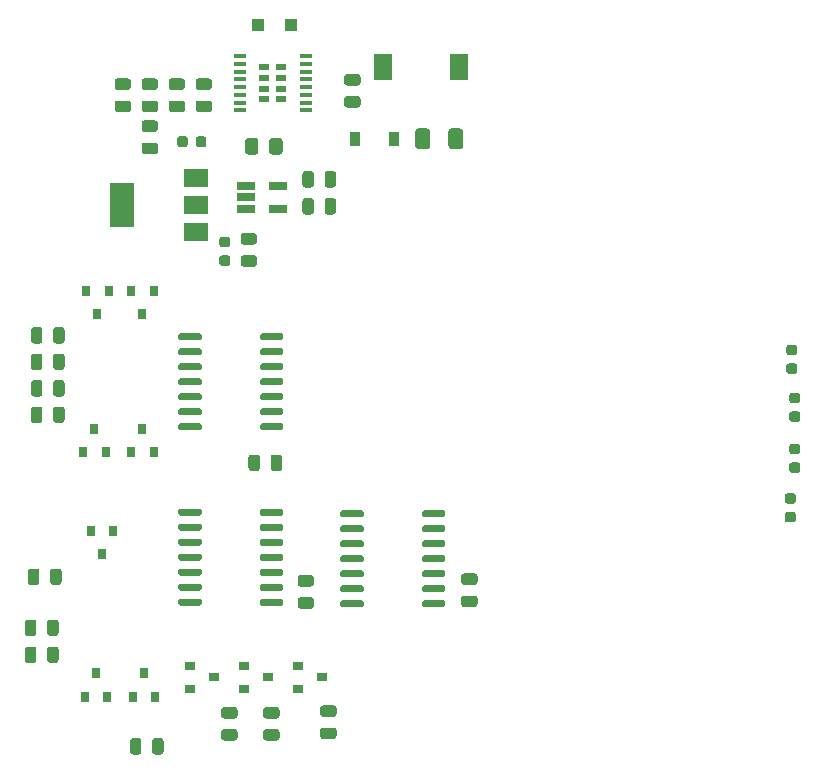
<source format=gbr>
G04 #@! TF.GenerationSoftware,KiCad,Pcbnew,(5.1.6)-1*
G04 #@! TF.CreationDate,2020-05-29T22:16:18+02:00*
G04 #@! TF.ProjectId,TMC51604Axis,544d4335-3136-4303-9441-7869732e6b69,rev?*
G04 #@! TF.SameCoordinates,Original*
G04 #@! TF.FileFunction,Paste,Bot*
G04 #@! TF.FilePolarity,Positive*
%FSLAX46Y46*%
G04 Gerber Fmt 4.6, Leading zero omitted, Abs format (unit mm)*
G04 Created by KiCad (PCBNEW (5.1.6)-1) date 2020-05-29 22:16:18*
%MOMM*%
%LPD*%
G01*
G04 APERTURE LIST*
%ADD10R,0.900000X0.800000*%
%ADD11R,0.800000X0.900000*%
%ADD12R,2.000000X1.500000*%
%ADD13R,2.000000X3.800000*%
%ADD14R,1.560000X0.650000*%
%ADD15R,1.500000X2.200000*%
%ADD16R,1.100000X1.100000*%
%ADD17R,0.882000X0.537000*%
%ADD18R,1.050000X0.450000*%
%ADD19R,0.900000X1.200000*%
G04 APERTURE END LIST*
G36*
G01*
X81338000Y-127178750D02*
X81338000Y-128091250D01*
G75*
G02*
X81094250Y-128335000I-243750J0D01*
G01*
X80606750Y-128335000D01*
G75*
G02*
X80363000Y-128091250I0J243750D01*
G01*
X80363000Y-127178750D01*
G75*
G02*
X80606750Y-126935000I243750J0D01*
G01*
X81094250Y-126935000D01*
G75*
G02*
X81338000Y-127178750I0J-243750D01*
G01*
G37*
G36*
G01*
X83213000Y-127178750D02*
X83213000Y-128091250D01*
G75*
G02*
X82969250Y-128335000I-243750J0D01*
G01*
X82481750Y-128335000D01*
G75*
G02*
X82238000Y-128091250I0J243750D01*
G01*
X82238000Y-127178750D01*
G75*
G02*
X82481750Y-126935000I243750J0D01*
G01*
X82969250Y-126935000D01*
G75*
G02*
X83213000Y-127178750I0J-243750D01*
G01*
G37*
G36*
G01*
X105091000Y-115720000D02*
X105091000Y-115420000D01*
G75*
G02*
X105241000Y-115270000I150000J0D01*
G01*
X106916000Y-115270000D01*
G75*
G02*
X107066000Y-115420000I0J-150000D01*
G01*
X107066000Y-115720000D01*
G75*
G02*
X106916000Y-115870000I-150000J0D01*
G01*
X105241000Y-115870000D01*
G75*
G02*
X105091000Y-115720000I0J150000D01*
G01*
G37*
G36*
G01*
X105091000Y-114450000D02*
X105091000Y-114150000D01*
G75*
G02*
X105241000Y-114000000I150000J0D01*
G01*
X106916000Y-114000000D01*
G75*
G02*
X107066000Y-114150000I0J-150000D01*
G01*
X107066000Y-114450000D01*
G75*
G02*
X106916000Y-114600000I-150000J0D01*
G01*
X105241000Y-114600000D01*
G75*
G02*
X105091000Y-114450000I0J150000D01*
G01*
G37*
G36*
G01*
X105091000Y-113180000D02*
X105091000Y-112880000D01*
G75*
G02*
X105241000Y-112730000I150000J0D01*
G01*
X106916000Y-112730000D01*
G75*
G02*
X107066000Y-112880000I0J-150000D01*
G01*
X107066000Y-113180000D01*
G75*
G02*
X106916000Y-113330000I-150000J0D01*
G01*
X105241000Y-113330000D01*
G75*
G02*
X105091000Y-113180000I0J150000D01*
G01*
G37*
G36*
G01*
X105091000Y-111910000D02*
X105091000Y-111610000D01*
G75*
G02*
X105241000Y-111460000I150000J0D01*
G01*
X106916000Y-111460000D01*
G75*
G02*
X107066000Y-111610000I0J-150000D01*
G01*
X107066000Y-111910000D01*
G75*
G02*
X106916000Y-112060000I-150000J0D01*
G01*
X105241000Y-112060000D01*
G75*
G02*
X105091000Y-111910000I0J150000D01*
G01*
G37*
G36*
G01*
X105091000Y-110640000D02*
X105091000Y-110340000D01*
G75*
G02*
X105241000Y-110190000I150000J0D01*
G01*
X106916000Y-110190000D01*
G75*
G02*
X107066000Y-110340000I0J-150000D01*
G01*
X107066000Y-110640000D01*
G75*
G02*
X106916000Y-110790000I-150000J0D01*
G01*
X105241000Y-110790000D01*
G75*
G02*
X105091000Y-110640000I0J150000D01*
G01*
G37*
G36*
G01*
X105091000Y-109370000D02*
X105091000Y-109070000D01*
G75*
G02*
X105241000Y-108920000I150000J0D01*
G01*
X106916000Y-108920000D01*
G75*
G02*
X107066000Y-109070000I0J-150000D01*
G01*
X107066000Y-109370000D01*
G75*
G02*
X106916000Y-109520000I-150000J0D01*
G01*
X105241000Y-109520000D01*
G75*
G02*
X105091000Y-109370000I0J150000D01*
G01*
G37*
G36*
G01*
X105091000Y-108100000D02*
X105091000Y-107800000D01*
G75*
G02*
X105241000Y-107650000I150000J0D01*
G01*
X106916000Y-107650000D01*
G75*
G02*
X107066000Y-107800000I0J-150000D01*
G01*
X107066000Y-108100000D01*
G75*
G02*
X106916000Y-108250000I-150000J0D01*
G01*
X105241000Y-108250000D01*
G75*
G02*
X105091000Y-108100000I0J150000D01*
G01*
G37*
G36*
G01*
X98166000Y-108100000D02*
X98166000Y-107800000D01*
G75*
G02*
X98316000Y-107650000I150000J0D01*
G01*
X99991000Y-107650000D01*
G75*
G02*
X100141000Y-107800000I0J-150000D01*
G01*
X100141000Y-108100000D01*
G75*
G02*
X99991000Y-108250000I-150000J0D01*
G01*
X98316000Y-108250000D01*
G75*
G02*
X98166000Y-108100000I0J150000D01*
G01*
G37*
G36*
G01*
X98166000Y-109370000D02*
X98166000Y-109070000D01*
G75*
G02*
X98316000Y-108920000I150000J0D01*
G01*
X99991000Y-108920000D01*
G75*
G02*
X100141000Y-109070000I0J-150000D01*
G01*
X100141000Y-109370000D01*
G75*
G02*
X99991000Y-109520000I-150000J0D01*
G01*
X98316000Y-109520000D01*
G75*
G02*
X98166000Y-109370000I0J150000D01*
G01*
G37*
G36*
G01*
X98166000Y-110640000D02*
X98166000Y-110340000D01*
G75*
G02*
X98316000Y-110190000I150000J0D01*
G01*
X99991000Y-110190000D01*
G75*
G02*
X100141000Y-110340000I0J-150000D01*
G01*
X100141000Y-110640000D01*
G75*
G02*
X99991000Y-110790000I-150000J0D01*
G01*
X98316000Y-110790000D01*
G75*
G02*
X98166000Y-110640000I0J150000D01*
G01*
G37*
G36*
G01*
X98166000Y-111910000D02*
X98166000Y-111610000D01*
G75*
G02*
X98316000Y-111460000I150000J0D01*
G01*
X99991000Y-111460000D01*
G75*
G02*
X100141000Y-111610000I0J-150000D01*
G01*
X100141000Y-111910000D01*
G75*
G02*
X99991000Y-112060000I-150000J0D01*
G01*
X98316000Y-112060000D01*
G75*
G02*
X98166000Y-111910000I0J150000D01*
G01*
G37*
G36*
G01*
X98166000Y-113180000D02*
X98166000Y-112880000D01*
G75*
G02*
X98316000Y-112730000I150000J0D01*
G01*
X99991000Y-112730000D01*
G75*
G02*
X100141000Y-112880000I0J-150000D01*
G01*
X100141000Y-113180000D01*
G75*
G02*
X99991000Y-113330000I-150000J0D01*
G01*
X98316000Y-113330000D01*
G75*
G02*
X98166000Y-113180000I0J150000D01*
G01*
G37*
G36*
G01*
X98166000Y-114450000D02*
X98166000Y-114150000D01*
G75*
G02*
X98316000Y-114000000I150000J0D01*
G01*
X99991000Y-114000000D01*
G75*
G02*
X100141000Y-114150000I0J-150000D01*
G01*
X100141000Y-114450000D01*
G75*
G02*
X99991000Y-114600000I-150000J0D01*
G01*
X98316000Y-114600000D01*
G75*
G02*
X98166000Y-114450000I0J150000D01*
G01*
G37*
G36*
G01*
X98166000Y-115720000D02*
X98166000Y-115420000D01*
G75*
G02*
X98316000Y-115270000I150000J0D01*
G01*
X99991000Y-115270000D01*
G75*
G02*
X100141000Y-115420000I0J-150000D01*
G01*
X100141000Y-115720000D01*
G75*
G02*
X99991000Y-115870000I-150000J0D01*
G01*
X98316000Y-115870000D01*
G75*
G02*
X98166000Y-115720000I0J150000D01*
G01*
G37*
D10*
X92059000Y-121793000D03*
X90059000Y-120843000D03*
X90059000Y-122743000D03*
G36*
G01*
X72448000Y-117145750D02*
X72448000Y-118058250D01*
G75*
G02*
X72204250Y-118302000I-243750J0D01*
G01*
X71716750Y-118302000D01*
G75*
G02*
X71473000Y-118058250I0J243750D01*
G01*
X71473000Y-117145750D01*
G75*
G02*
X71716750Y-116902000I243750J0D01*
G01*
X72204250Y-116902000D01*
G75*
G02*
X72448000Y-117145750I0J-243750D01*
G01*
G37*
G36*
G01*
X74323000Y-117145750D02*
X74323000Y-118058250D01*
G75*
G02*
X74079250Y-118302000I-243750J0D01*
G01*
X73591750Y-118302000D01*
G75*
G02*
X73348000Y-118058250I0J243750D01*
G01*
X73348000Y-117145750D01*
G75*
G02*
X73591750Y-116902000I243750J0D01*
G01*
X74079250Y-116902000D01*
G75*
G02*
X74323000Y-117145750I0J-243750D01*
G01*
G37*
G36*
G01*
X96698750Y-126053000D02*
X97611250Y-126053000D01*
G75*
G02*
X97855000Y-126296750I0J-243750D01*
G01*
X97855000Y-126784250D01*
G75*
G02*
X97611250Y-127028000I-243750J0D01*
G01*
X96698750Y-127028000D01*
G75*
G02*
X96455000Y-126784250I0J243750D01*
G01*
X96455000Y-126296750D01*
G75*
G02*
X96698750Y-126053000I243750J0D01*
G01*
G37*
G36*
G01*
X96698750Y-124178000D02*
X97611250Y-124178000D01*
G75*
G02*
X97855000Y-124421750I0J-243750D01*
G01*
X97855000Y-124909250D01*
G75*
G02*
X97611250Y-125153000I-243750J0D01*
G01*
X96698750Y-125153000D01*
G75*
G02*
X96455000Y-124909250I0J243750D01*
G01*
X96455000Y-124421750D01*
G75*
G02*
X96698750Y-124178000I243750J0D01*
G01*
G37*
G36*
G01*
X91872750Y-126180000D02*
X92785250Y-126180000D01*
G75*
G02*
X93029000Y-126423750I0J-243750D01*
G01*
X93029000Y-126911250D01*
G75*
G02*
X92785250Y-127155000I-243750J0D01*
G01*
X91872750Y-127155000D01*
G75*
G02*
X91629000Y-126911250I0J243750D01*
G01*
X91629000Y-126423750D01*
G75*
G02*
X91872750Y-126180000I243750J0D01*
G01*
G37*
G36*
G01*
X91872750Y-124305000D02*
X92785250Y-124305000D01*
G75*
G02*
X93029000Y-124548750I0J-243750D01*
G01*
X93029000Y-125036250D01*
G75*
G02*
X92785250Y-125280000I-243750J0D01*
G01*
X91872750Y-125280000D01*
G75*
G02*
X91629000Y-125036250I0J243750D01*
G01*
X91629000Y-124548750D01*
G75*
G02*
X91872750Y-124305000I243750J0D01*
G01*
G37*
G36*
G01*
X72448000Y-119431750D02*
X72448000Y-120344250D01*
G75*
G02*
X72204250Y-120588000I-243750J0D01*
G01*
X71716750Y-120588000D01*
G75*
G02*
X71473000Y-120344250I0J243750D01*
G01*
X71473000Y-119431750D01*
G75*
G02*
X71716750Y-119188000I243750J0D01*
G01*
X72204250Y-119188000D01*
G75*
G02*
X72448000Y-119431750I0J-243750D01*
G01*
G37*
G36*
G01*
X74323000Y-119431750D02*
X74323000Y-120344250D01*
G75*
G02*
X74079250Y-120588000I-243750J0D01*
G01*
X73591750Y-120588000D01*
G75*
G02*
X73348000Y-120344250I0J243750D01*
G01*
X73348000Y-119431750D01*
G75*
G02*
X73591750Y-119188000I243750J0D01*
G01*
X74079250Y-119188000D01*
G75*
G02*
X74323000Y-119431750I0J-243750D01*
G01*
G37*
G36*
G01*
X88316750Y-126180000D02*
X89229250Y-126180000D01*
G75*
G02*
X89473000Y-126423750I0J-243750D01*
G01*
X89473000Y-126911250D01*
G75*
G02*
X89229250Y-127155000I-243750J0D01*
G01*
X88316750Y-127155000D01*
G75*
G02*
X88073000Y-126911250I0J243750D01*
G01*
X88073000Y-126423750D01*
G75*
G02*
X88316750Y-126180000I243750J0D01*
G01*
G37*
G36*
G01*
X88316750Y-124305000D02*
X89229250Y-124305000D01*
G75*
G02*
X89473000Y-124548750I0J-243750D01*
G01*
X89473000Y-125036250D01*
G75*
G02*
X89229250Y-125280000I-243750J0D01*
G01*
X88316750Y-125280000D01*
G75*
G02*
X88073000Y-125036250I0J243750D01*
G01*
X88073000Y-124548750D01*
G75*
G02*
X88316750Y-124305000I243750J0D01*
G01*
G37*
G36*
G01*
X72956000Y-99111750D02*
X72956000Y-100024250D01*
G75*
G02*
X72712250Y-100268000I-243750J0D01*
G01*
X72224750Y-100268000D01*
G75*
G02*
X71981000Y-100024250I0J243750D01*
G01*
X71981000Y-99111750D01*
G75*
G02*
X72224750Y-98868000I243750J0D01*
G01*
X72712250Y-98868000D01*
G75*
G02*
X72956000Y-99111750I0J-243750D01*
G01*
G37*
G36*
G01*
X74831000Y-99111750D02*
X74831000Y-100024250D01*
G75*
G02*
X74587250Y-100268000I-243750J0D01*
G01*
X74099750Y-100268000D01*
G75*
G02*
X73856000Y-100024250I0J243750D01*
G01*
X73856000Y-99111750D01*
G75*
G02*
X74099750Y-98868000I243750J0D01*
G01*
X74587250Y-98868000D01*
G75*
G02*
X74831000Y-99111750I0J-243750D01*
G01*
G37*
G36*
G01*
X72956000Y-94624416D02*
X72956000Y-95536916D01*
G75*
G02*
X72712250Y-95780666I-243750J0D01*
G01*
X72224750Y-95780666D01*
G75*
G02*
X71981000Y-95536916I0J243750D01*
G01*
X71981000Y-94624416D01*
G75*
G02*
X72224750Y-94380666I243750J0D01*
G01*
X72712250Y-94380666D01*
G75*
G02*
X72956000Y-94624416I0J-243750D01*
G01*
G37*
G36*
G01*
X74831000Y-94624416D02*
X74831000Y-95536916D01*
G75*
G02*
X74587250Y-95780666I-243750J0D01*
G01*
X74099750Y-95780666D01*
G75*
G02*
X73856000Y-95536916I0J243750D01*
G01*
X73856000Y-94624416D01*
G75*
G02*
X74099750Y-94380666I243750J0D01*
G01*
X74587250Y-94380666D01*
G75*
G02*
X74831000Y-94624416I0J-243750D01*
G01*
G37*
G36*
G01*
X72956000Y-92380750D02*
X72956000Y-93293250D01*
G75*
G02*
X72712250Y-93537000I-243750J0D01*
G01*
X72224750Y-93537000D01*
G75*
G02*
X71981000Y-93293250I0J243750D01*
G01*
X71981000Y-92380750D01*
G75*
G02*
X72224750Y-92137000I243750J0D01*
G01*
X72712250Y-92137000D01*
G75*
G02*
X72956000Y-92380750I0J-243750D01*
G01*
G37*
G36*
G01*
X74831000Y-92380750D02*
X74831000Y-93293250D01*
G75*
G02*
X74587250Y-93537000I-243750J0D01*
G01*
X74099750Y-93537000D01*
G75*
G02*
X73856000Y-93293250I0J243750D01*
G01*
X73856000Y-92380750D01*
G75*
G02*
X74099750Y-92137000I243750J0D01*
G01*
X74587250Y-92137000D01*
G75*
G02*
X74831000Y-92380750I0J-243750D01*
G01*
G37*
G36*
G01*
X72956000Y-96868082D02*
X72956000Y-97780582D01*
G75*
G02*
X72712250Y-98024332I-243750J0D01*
G01*
X72224750Y-98024332D01*
G75*
G02*
X71981000Y-97780582I0J243750D01*
G01*
X71981000Y-96868082D01*
G75*
G02*
X72224750Y-96624332I243750J0D01*
G01*
X72712250Y-96624332D01*
G75*
G02*
X72956000Y-96868082I0J-243750D01*
G01*
G37*
G36*
G01*
X74831000Y-96868082D02*
X74831000Y-97780582D01*
G75*
G02*
X74587250Y-98024332I-243750J0D01*
G01*
X74099750Y-98024332D01*
G75*
G02*
X73856000Y-97780582I0J243750D01*
G01*
X73856000Y-96868082D01*
G75*
G02*
X74099750Y-96624332I243750J0D01*
G01*
X74587250Y-96624332D01*
G75*
G02*
X74831000Y-96868082I0J-243750D01*
G01*
G37*
G36*
G01*
X72702000Y-112827750D02*
X72702000Y-113740250D01*
G75*
G02*
X72458250Y-113984000I-243750J0D01*
G01*
X71970750Y-113984000D01*
G75*
G02*
X71727000Y-113740250I0J243750D01*
G01*
X71727000Y-112827750D01*
G75*
G02*
X71970750Y-112584000I243750J0D01*
G01*
X72458250Y-112584000D01*
G75*
G02*
X72702000Y-112827750I0J-243750D01*
G01*
G37*
G36*
G01*
X74577000Y-112827750D02*
X74577000Y-113740250D01*
G75*
G02*
X74333250Y-113984000I-243750J0D01*
G01*
X73845750Y-113984000D01*
G75*
G02*
X73602000Y-113740250I0J243750D01*
G01*
X73602000Y-112827750D01*
G75*
G02*
X73845750Y-112584000I243750J0D01*
G01*
X74333250Y-112584000D01*
G75*
G02*
X74577000Y-112827750I0J-243750D01*
G01*
G37*
G36*
G01*
X83871750Y-72967000D02*
X84784250Y-72967000D01*
G75*
G02*
X85028000Y-73210750I0J-243750D01*
G01*
X85028000Y-73698250D01*
G75*
G02*
X84784250Y-73942000I-243750J0D01*
G01*
X83871750Y-73942000D01*
G75*
G02*
X83628000Y-73698250I0J243750D01*
G01*
X83628000Y-73210750D01*
G75*
G02*
X83871750Y-72967000I243750J0D01*
G01*
G37*
G36*
G01*
X83871750Y-71092000D02*
X84784250Y-71092000D01*
G75*
G02*
X85028000Y-71335750I0J-243750D01*
G01*
X85028000Y-71823250D01*
G75*
G02*
X84784250Y-72067000I-243750J0D01*
G01*
X83871750Y-72067000D01*
G75*
G02*
X83628000Y-71823250I0J243750D01*
G01*
X83628000Y-71335750D01*
G75*
G02*
X83871750Y-71092000I243750J0D01*
G01*
G37*
G36*
G01*
X87070250Y-72067000D02*
X86157750Y-72067000D01*
G75*
G02*
X85914000Y-71823250I0J243750D01*
G01*
X85914000Y-71335750D01*
G75*
G02*
X86157750Y-71092000I243750J0D01*
G01*
X87070250Y-71092000D01*
G75*
G02*
X87314000Y-71335750I0J-243750D01*
G01*
X87314000Y-71823250D01*
G75*
G02*
X87070250Y-72067000I-243750J0D01*
G01*
G37*
G36*
G01*
X87070250Y-73942000D02*
X86157750Y-73942000D01*
G75*
G02*
X85914000Y-73698250I0J243750D01*
G01*
X85914000Y-73210750D01*
G75*
G02*
X86157750Y-72967000I243750J0D01*
G01*
X87070250Y-72967000D01*
G75*
G02*
X87314000Y-73210750I0J-243750D01*
G01*
X87314000Y-73698250D01*
G75*
G02*
X87070250Y-73942000I-243750J0D01*
G01*
G37*
G36*
G01*
X81585750Y-72967000D02*
X82498250Y-72967000D01*
G75*
G02*
X82742000Y-73210750I0J-243750D01*
G01*
X82742000Y-73698250D01*
G75*
G02*
X82498250Y-73942000I-243750J0D01*
G01*
X81585750Y-73942000D01*
G75*
G02*
X81342000Y-73698250I0J243750D01*
G01*
X81342000Y-73210750D01*
G75*
G02*
X81585750Y-72967000I243750J0D01*
G01*
G37*
G36*
G01*
X81585750Y-71092000D02*
X82498250Y-71092000D01*
G75*
G02*
X82742000Y-71335750I0J-243750D01*
G01*
X82742000Y-71823250D01*
G75*
G02*
X82498250Y-72067000I-243750J0D01*
G01*
X81585750Y-72067000D01*
G75*
G02*
X81342000Y-71823250I0J243750D01*
G01*
X81342000Y-71335750D01*
G75*
G02*
X81585750Y-71092000I243750J0D01*
G01*
G37*
D11*
X81534000Y-121428000D03*
X80584000Y-123428000D03*
X82484000Y-123428000D03*
D10*
X96631000Y-121793000D03*
X94631000Y-120843000D03*
X94631000Y-122743000D03*
D11*
X77470000Y-121428000D03*
X76520000Y-123428000D03*
X78420000Y-123428000D03*
D10*
X87487000Y-121793000D03*
X85487000Y-120843000D03*
X85487000Y-122743000D03*
D11*
X77343000Y-100727000D03*
X76393000Y-102727000D03*
X78293000Y-102727000D03*
X81407000Y-91043000D03*
X82357000Y-89043000D03*
X80457000Y-89043000D03*
X77597000Y-91043000D03*
X78547000Y-89043000D03*
X76647000Y-89043000D03*
X81407000Y-100727000D03*
X80457000Y-102727000D03*
X82357000Y-102727000D03*
X77978000Y-111363000D03*
X78928000Y-109363000D03*
X77028000Y-109363000D03*
G36*
G01*
X95706250Y-114104000D02*
X94793750Y-114104000D01*
G75*
G02*
X94550000Y-113860250I0J243750D01*
G01*
X94550000Y-113372750D01*
G75*
G02*
X94793750Y-113129000I243750J0D01*
G01*
X95706250Y-113129000D01*
G75*
G02*
X95950000Y-113372750I0J-243750D01*
G01*
X95950000Y-113860250D01*
G75*
G02*
X95706250Y-114104000I-243750J0D01*
G01*
G37*
G36*
G01*
X95706250Y-115979000D02*
X94793750Y-115979000D01*
G75*
G02*
X94550000Y-115735250I0J243750D01*
G01*
X94550000Y-115247750D01*
G75*
G02*
X94793750Y-115004000I243750J0D01*
G01*
X95706250Y-115004000D01*
G75*
G02*
X95950000Y-115247750I0J-243750D01*
G01*
X95950000Y-115735250D01*
G75*
G02*
X95706250Y-115979000I-243750J0D01*
G01*
G37*
G36*
G01*
X91371000Y-103175750D02*
X91371000Y-104088250D01*
G75*
G02*
X91127250Y-104332000I-243750J0D01*
G01*
X90639750Y-104332000D01*
G75*
G02*
X90396000Y-104088250I0J243750D01*
G01*
X90396000Y-103175750D01*
G75*
G02*
X90639750Y-102932000I243750J0D01*
G01*
X91127250Y-102932000D01*
G75*
G02*
X91371000Y-103175750I0J-243750D01*
G01*
G37*
G36*
G01*
X93246000Y-103175750D02*
X93246000Y-104088250D01*
G75*
G02*
X93002250Y-104332000I-243750J0D01*
G01*
X92514750Y-104332000D01*
G75*
G02*
X92271000Y-104088250I0J243750D01*
G01*
X92271000Y-103175750D01*
G75*
G02*
X92514750Y-102932000I243750J0D01*
G01*
X93002250Y-102932000D01*
G75*
G02*
X93246000Y-103175750I0J-243750D01*
G01*
G37*
G36*
G01*
X109549250Y-113977000D02*
X108636750Y-113977000D01*
G75*
G02*
X108393000Y-113733250I0J243750D01*
G01*
X108393000Y-113245750D01*
G75*
G02*
X108636750Y-113002000I243750J0D01*
G01*
X109549250Y-113002000D01*
G75*
G02*
X109793000Y-113245750I0J-243750D01*
G01*
X109793000Y-113733250D01*
G75*
G02*
X109549250Y-113977000I-243750J0D01*
G01*
G37*
G36*
G01*
X109549250Y-115852000D02*
X108636750Y-115852000D01*
G75*
G02*
X108393000Y-115608250I0J243750D01*
G01*
X108393000Y-115120750D01*
G75*
G02*
X108636750Y-114877000I243750J0D01*
G01*
X109549250Y-114877000D01*
G75*
G02*
X109793000Y-115120750I0J-243750D01*
G01*
X109793000Y-115608250D01*
G75*
G02*
X109549250Y-115852000I-243750J0D01*
G01*
G37*
G36*
G01*
X81585750Y-76523000D02*
X82498250Y-76523000D01*
G75*
G02*
X82742000Y-76766750I0J-243750D01*
G01*
X82742000Y-77254250D01*
G75*
G02*
X82498250Y-77498000I-243750J0D01*
G01*
X81585750Y-77498000D01*
G75*
G02*
X81342000Y-77254250I0J243750D01*
G01*
X81342000Y-76766750D01*
G75*
G02*
X81585750Y-76523000I243750J0D01*
G01*
G37*
G36*
G01*
X81585750Y-74648000D02*
X82498250Y-74648000D01*
G75*
G02*
X82742000Y-74891750I0J-243750D01*
G01*
X82742000Y-75379250D01*
G75*
G02*
X82498250Y-75623000I-243750J0D01*
G01*
X81585750Y-75623000D01*
G75*
G02*
X81342000Y-75379250I0J243750D01*
G01*
X81342000Y-74891750D01*
G75*
G02*
X81585750Y-74648000I243750J0D01*
G01*
G37*
G36*
G01*
X79299750Y-72967000D02*
X80212250Y-72967000D01*
G75*
G02*
X80456000Y-73210750I0J-243750D01*
G01*
X80456000Y-73698250D01*
G75*
G02*
X80212250Y-73942000I-243750J0D01*
G01*
X79299750Y-73942000D01*
G75*
G02*
X79056000Y-73698250I0J243750D01*
G01*
X79056000Y-73210750D01*
G75*
G02*
X79299750Y-72967000I243750J0D01*
G01*
G37*
G36*
G01*
X79299750Y-71092000D02*
X80212250Y-71092000D01*
G75*
G02*
X80456000Y-71335750I0J-243750D01*
G01*
X80456000Y-71823250D01*
G75*
G02*
X80212250Y-72067000I-243750J0D01*
G01*
X79299750Y-72067000D01*
G75*
G02*
X79056000Y-71823250I0J243750D01*
G01*
X79056000Y-71335750D01*
G75*
G02*
X79299750Y-71092000I243750J0D01*
G01*
G37*
G36*
G01*
X96843000Y-80085250D02*
X96843000Y-79172750D01*
G75*
G02*
X97086750Y-78929000I243750J0D01*
G01*
X97574250Y-78929000D01*
G75*
G02*
X97818000Y-79172750I0J-243750D01*
G01*
X97818000Y-80085250D01*
G75*
G02*
X97574250Y-80329000I-243750J0D01*
G01*
X97086750Y-80329000D01*
G75*
G02*
X96843000Y-80085250I0J243750D01*
G01*
G37*
G36*
G01*
X94968000Y-80085250D02*
X94968000Y-79172750D01*
G75*
G02*
X95211750Y-78929000I243750J0D01*
G01*
X95699250Y-78929000D01*
G75*
G02*
X95943000Y-79172750I0J-243750D01*
G01*
X95943000Y-80085250D01*
G75*
G02*
X95699250Y-80329000I-243750J0D01*
G01*
X95211750Y-80329000D01*
G75*
G02*
X94968000Y-80085250I0J243750D01*
G01*
G37*
G36*
G01*
X89967750Y-86048000D02*
X90880250Y-86048000D01*
G75*
G02*
X91124000Y-86291750I0J-243750D01*
G01*
X91124000Y-86779250D01*
G75*
G02*
X90880250Y-87023000I-243750J0D01*
G01*
X89967750Y-87023000D01*
G75*
G02*
X89724000Y-86779250I0J243750D01*
G01*
X89724000Y-86291750D01*
G75*
G02*
X89967750Y-86048000I243750J0D01*
G01*
G37*
G36*
G01*
X89967750Y-84173000D02*
X90880250Y-84173000D01*
G75*
G02*
X91124000Y-84416750I0J-243750D01*
G01*
X91124000Y-84904250D01*
G75*
G02*
X90880250Y-85148000I-243750J0D01*
G01*
X89967750Y-85148000D01*
G75*
G02*
X89724000Y-84904250I0J243750D01*
G01*
X89724000Y-84416750D01*
G75*
G02*
X89967750Y-84173000I243750J0D01*
G01*
G37*
G36*
G01*
X96843000Y-82371250D02*
X96843000Y-81458750D01*
G75*
G02*
X97086750Y-81215000I243750J0D01*
G01*
X97574250Y-81215000D01*
G75*
G02*
X97818000Y-81458750I0J-243750D01*
G01*
X97818000Y-82371250D01*
G75*
G02*
X97574250Y-82615000I-243750J0D01*
G01*
X97086750Y-82615000D01*
G75*
G02*
X96843000Y-82371250I0J243750D01*
G01*
G37*
G36*
G01*
X94968000Y-82371250D02*
X94968000Y-81458750D01*
G75*
G02*
X95211750Y-81215000I243750J0D01*
G01*
X95699250Y-81215000D01*
G75*
G02*
X95943000Y-81458750I0J-243750D01*
G01*
X95943000Y-82371250D01*
G75*
G02*
X95699250Y-82615000I-243750J0D01*
G01*
X95211750Y-82615000D01*
G75*
G02*
X94968000Y-82371250I0J243750D01*
G01*
G37*
G36*
G01*
X99643250Y-71686000D02*
X98730750Y-71686000D01*
G75*
G02*
X98487000Y-71442250I0J243750D01*
G01*
X98487000Y-70954750D01*
G75*
G02*
X98730750Y-70711000I243750J0D01*
G01*
X99643250Y-70711000D01*
G75*
G02*
X99887000Y-70954750I0J-243750D01*
G01*
X99887000Y-71442250D01*
G75*
G02*
X99643250Y-71686000I-243750J0D01*
G01*
G37*
G36*
G01*
X99643250Y-73561000D02*
X98730750Y-73561000D01*
G75*
G02*
X98487000Y-73317250I0J243750D01*
G01*
X98487000Y-72829750D01*
G75*
G02*
X98730750Y-72586000I243750J0D01*
G01*
X99643250Y-72586000D01*
G75*
G02*
X99887000Y-72829750I0J-243750D01*
G01*
X99887000Y-73317250D01*
G75*
G02*
X99643250Y-73561000I-243750J0D01*
G01*
G37*
G36*
G01*
X85248000Y-76197750D02*
X85248000Y-76710250D01*
G75*
G02*
X85029250Y-76929000I-218750J0D01*
G01*
X84591750Y-76929000D01*
G75*
G02*
X84373000Y-76710250I0J218750D01*
G01*
X84373000Y-76197750D01*
G75*
G02*
X84591750Y-75979000I218750J0D01*
G01*
X85029250Y-75979000D01*
G75*
G02*
X85248000Y-76197750I0J-218750D01*
G01*
G37*
G36*
G01*
X86823000Y-76197750D02*
X86823000Y-76710250D01*
G75*
G02*
X86604250Y-76929000I-218750J0D01*
G01*
X86166750Y-76929000D01*
G75*
G02*
X85948000Y-76710250I0J218750D01*
G01*
X85948000Y-76197750D01*
G75*
G02*
X86166750Y-75979000I218750J0D01*
G01*
X86604250Y-75979000D01*
G75*
G02*
X86823000Y-76197750I0J-218750D01*
G01*
G37*
G36*
G01*
X88135750Y-86075000D02*
X88648250Y-86075000D01*
G75*
G02*
X88867000Y-86293750I0J-218750D01*
G01*
X88867000Y-86731250D01*
G75*
G02*
X88648250Y-86950000I-218750J0D01*
G01*
X88135750Y-86950000D01*
G75*
G02*
X87917000Y-86731250I0J218750D01*
G01*
X87917000Y-86293750D01*
G75*
G02*
X88135750Y-86075000I218750J0D01*
G01*
G37*
G36*
G01*
X88135750Y-84500000D02*
X88648250Y-84500000D01*
G75*
G02*
X88867000Y-84718750I0J-218750D01*
G01*
X88867000Y-85156250D01*
G75*
G02*
X88648250Y-85375000I-218750J0D01*
G01*
X88135750Y-85375000D01*
G75*
G02*
X87917000Y-85156250I0J218750D01*
G01*
X87917000Y-84718750D01*
G75*
G02*
X88135750Y-84500000I218750J0D01*
G01*
G37*
G36*
G01*
X136654250Y-94519000D02*
X136141750Y-94519000D01*
G75*
G02*
X135923000Y-94300250I0J218750D01*
G01*
X135923000Y-93862750D01*
G75*
G02*
X136141750Y-93644000I218750J0D01*
G01*
X136654250Y-93644000D01*
G75*
G02*
X136873000Y-93862750I0J-218750D01*
G01*
X136873000Y-94300250D01*
G75*
G02*
X136654250Y-94519000I-218750J0D01*
G01*
G37*
G36*
G01*
X136654250Y-96094000D02*
X136141750Y-96094000D01*
G75*
G02*
X135923000Y-95875250I0J218750D01*
G01*
X135923000Y-95437750D01*
G75*
G02*
X136141750Y-95219000I218750J0D01*
G01*
X136654250Y-95219000D01*
G75*
G02*
X136873000Y-95437750I0J-218750D01*
G01*
X136873000Y-95875250D01*
G75*
G02*
X136654250Y-96094000I-218750J0D01*
G01*
G37*
G36*
G01*
X136395750Y-99283000D02*
X136908250Y-99283000D01*
G75*
G02*
X137127000Y-99501750I0J-218750D01*
G01*
X137127000Y-99939250D01*
G75*
G02*
X136908250Y-100158000I-218750J0D01*
G01*
X136395750Y-100158000D01*
G75*
G02*
X136177000Y-99939250I0J218750D01*
G01*
X136177000Y-99501750D01*
G75*
G02*
X136395750Y-99283000I218750J0D01*
G01*
G37*
G36*
G01*
X136395750Y-97708000D02*
X136908250Y-97708000D01*
G75*
G02*
X137127000Y-97926750I0J-218750D01*
G01*
X137127000Y-98364250D01*
G75*
G02*
X136908250Y-98583000I-218750J0D01*
G01*
X136395750Y-98583000D01*
G75*
G02*
X136177000Y-98364250I0J218750D01*
G01*
X136177000Y-97926750D01*
G75*
G02*
X136395750Y-97708000I218750J0D01*
G01*
G37*
G36*
G01*
X136908250Y-102901000D02*
X136395750Y-102901000D01*
G75*
G02*
X136177000Y-102682250I0J218750D01*
G01*
X136177000Y-102244750D01*
G75*
G02*
X136395750Y-102026000I218750J0D01*
G01*
X136908250Y-102026000D01*
G75*
G02*
X137127000Y-102244750I0J-218750D01*
G01*
X137127000Y-102682250D01*
G75*
G02*
X136908250Y-102901000I-218750J0D01*
G01*
G37*
G36*
G01*
X136908250Y-104476000D02*
X136395750Y-104476000D01*
G75*
G02*
X136177000Y-104257250I0J218750D01*
G01*
X136177000Y-103819750D01*
G75*
G02*
X136395750Y-103601000I218750J0D01*
G01*
X136908250Y-103601000D01*
G75*
G02*
X137127000Y-103819750I0J-218750D01*
G01*
X137127000Y-104257250D01*
G75*
G02*
X136908250Y-104476000I-218750J0D01*
G01*
G37*
G36*
G01*
X136014750Y-107792000D02*
X136527250Y-107792000D01*
G75*
G02*
X136746000Y-108010750I0J-218750D01*
G01*
X136746000Y-108448250D01*
G75*
G02*
X136527250Y-108667000I-218750J0D01*
G01*
X136014750Y-108667000D01*
G75*
G02*
X135796000Y-108448250I0J218750D01*
G01*
X135796000Y-108010750D01*
G75*
G02*
X136014750Y-107792000I218750J0D01*
G01*
G37*
G36*
G01*
X136014750Y-106217000D02*
X136527250Y-106217000D01*
G75*
G02*
X136746000Y-106435750I0J-218750D01*
G01*
X136746000Y-106873250D01*
G75*
G02*
X136527250Y-107092000I-218750J0D01*
G01*
X136014750Y-107092000D01*
G75*
G02*
X135796000Y-106873250I0J218750D01*
G01*
X135796000Y-106435750D01*
G75*
G02*
X136014750Y-106217000I218750J0D01*
G01*
G37*
G36*
G01*
X91375000Y-115593000D02*
X91375000Y-115293000D01*
G75*
G02*
X91525000Y-115143000I150000J0D01*
G01*
X93200000Y-115143000D01*
G75*
G02*
X93350000Y-115293000I0J-150000D01*
G01*
X93350000Y-115593000D01*
G75*
G02*
X93200000Y-115743000I-150000J0D01*
G01*
X91525000Y-115743000D01*
G75*
G02*
X91375000Y-115593000I0J150000D01*
G01*
G37*
G36*
G01*
X91375000Y-114323000D02*
X91375000Y-114023000D01*
G75*
G02*
X91525000Y-113873000I150000J0D01*
G01*
X93200000Y-113873000D01*
G75*
G02*
X93350000Y-114023000I0J-150000D01*
G01*
X93350000Y-114323000D01*
G75*
G02*
X93200000Y-114473000I-150000J0D01*
G01*
X91525000Y-114473000D01*
G75*
G02*
X91375000Y-114323000I0J150000D01*
G01*
G37*
G36*
G01*
X91375000Y-113053000D02*
X91375000Y-112753000D01*
G75*
G02*
X91525000Y-112603000I150000J0D01*
G01*
X93200000Y-112603000D01*
G75*
G02*
X93350000Y-112753000I0J-150000D01*
G01*
X93350000Y-113053000D01*
G75*
G02*
X93200000Y-113203000I-150000J0D01*
G01*
X91525000Y-113203000D01*
G75*
G02*
X91375000Y-113053000I0J150000D01*
G01*
G37*
G36*
G01*
X91375000Y-111783000D02*
X91375000Y-111483000D01*
G75*
G02*
X91525000Y-111333000I150000J0D01*
G01*
X93200000Y-111333000D01*
G75*
G02*
X93350000Y-111483000I0J-150000D01*
G01*
X93350000Y-111783000D01*
G75*
G02*
X93200000Y-111933000I-150000J0D01*
G01*
X91525000Y-111933000D01*
G75*
G02*
X91375000Y-111783000I0J150000D01*
G01*
G37*
G36*
G01*
X91375000Y-110513000D02*
X91375000Y-110213000D01*
G75*
G02*
X91525000Y-110063000I150000J0D01*
G01*
X93200000Y-110063000D01*
G75*
G02*
X93350000Y-110213000I0J-150000D01*
G01*
X93350000Y-110513000D01*
G75*
G02*
X93200000Y-110663000I-150000J0D01*
G01*
X91525000Y-110663000D01*
G75*
G02*
X91375000Y-110513000I0J150000D01*
G01*
G37*
G36*
G01*
X91375000Y-109243000D02*
X91375000Y-108943000D01*
G75*
G02*
X91525000Y-108793000I150000J0D01*
G01*
X93200000Y-108793000D01*
G75*
G02*
X93350000Y-108943000I0J-150000D01*
G01*
X93350000Y-109243000D01*
G75*
G02*
X93200000Y-109393000I-150000J0D01*
G01*
X91525000Y-109393000D01*
G75*
G02*
X91375000Y-109243000I0J150000D01*
G01*
G37*
G36*
G01*
X91375000Y-107973000D02*
X91375000Y-107673000D01*
G75*
G02*
X91525000Y-107523000I150000J0D01*
G01*
X93200000Y-107523000D01*
G75*
G02*
X93350000Y-107673000I0J-150000D01*
G01*
X93350000Y-107973000D01*
G75*
G02*
X93200000Y-108123000I-150000J0D01*
G01*
X91525000Y-108123000D01*
G75*
G02*
X91375000Y-107973000I0J150000D01*
G01*
G37*
G36*
G01*
X84450000Y-107973000D02*
X84450000Y-107673000D01*
G75*
G02*
X84600000Y-107523000I150000J0D01*
G01*
X86275000Y-107523000D01*
G75*
G02*
X86425000Y-107673000I0J-150000D01*
G01*
X86425000Y-107973000D01*
G75*
G02*
X86275000Y-108123000I-150000J0D01*
G01*
X84600000Y-108123000D01*
G75*
G02*
X84450000Y-107973000I0J150000D01*
G01*
G37*
G36*
G01*
X84450000Y-109243000D02*
X84450000Y-108943000D01*
G75*
G02*
X84600000Y-108793000I150000J0D01*
G01*
X86275000Y-108793000D01*
G75*
G02*
X86425000Y-108943000I0J-150000D01*
G01*
X86425000Y-109243000D01*
G75*
G02*
X86275000Y-109393000I-150000J0D01*
G01*
X84600000Y-109393000D01*
G75*
G02*
X84450000Y-109243000I0J150000D01*
G01*
G37*
G36*
G01*
X84450000Y-110513000D02*
X84450000Y-110213000D01*
G75*
G02*
X84600000Y-110063000I150000J0D01*
G01*
X86275000Y-110063000D01*
G75*
G02*
X86425000Y-110213000I0J-150000D01*
G01*
X86425000Y-110513000D01*
G75*
G02*
X86275000Y-110663000I-150000J0D01*
G01*
X84600000Y-110663000D01*
G75*
G02*
X84450000Y-110513000I0J150000D01*
G01*
G37*
G36*
G01*
X84450000Y-111783000D02*
X84450000Y-111483000D01*
G75*
G02*
X84600000Y-111333000I150000J0D01*
G01*
X86275000Y-111333000D01*
G75*
G02*
X86425000Y-111483000I0J-150000D01*
G01*
X86425000Y-111783000D01*
G75*
G02*
X86275000Y-111933000I-150000J0D01*
G01*
X84600000Y-111933000D01*
G75*
G02*
X84450000Y-111783000I0J150000D01*
G01*
G37*
G36*
G01*
X84450000Y-113053000D02*
X84450000Y-112753000D01*
G75*
G02*
X84600000Y-112603000I150000J0D01*
G01*
X86275000Y-112603000D01*
G75*
G02*
X86425000Y-112753000I0J-150000D01*
G01*
X86425000Y-113053000D01*
G75*
G02*
X86275000Y-113203000I-150000J0D01*
G01*
X84600000Y-113203000D01*
G75*
G02*
X84450000Y-113053000I0J150000D01*
G01*
G37*
G36*
G01*
X84450000Y-114323000D02*
X84450000Y-114023000D01*
G75*
G02*
X84600000Y-113873000I150000J0D01*
G01*
X86275000Y-113873000D01*
G75*
G02*
X86425000Y-114023000I0J-150000D01*
G01*
X86425000Y-114323000D01*
G75*
G02*
X86275000Y-114473000I-150000J0D01*
G01*
X84600000Y-114473000D01*
G75*
G02*
X84450000Y-114323000I0J150000D01*
G01*
G37*
G36*
G01*
X84450000Y-115593000D02*
X84450000Y-115293000D01*
G75*
G02*
X84600000Y-115143000I150000J0D01*
G01*
X86275000Y-115143000D01*
G75*
G02*
X86425000Y-115293000I0J-150000D01*
G01*
X86425000Y-115593000D01*
G75*
G02*
X86275000Y-115743000I-150000J0D01*
G01*
X84600000Y-115743000D01*
G75*
G02*
X84450000Y-115593000I0J150000D01*
G01*
G37*
G36*
G01*
X91375000Y-100734000D02*
X91375000Y-100434000D01*
G75*
G02*
X91525000Y-100284000I150000J0D01*
G01*
X93200000Y-100284000D01*
G75*
G02*
X93350000Y-100434000I0J-150000D01*
G01*
X93350000Y-100734000D01*
G75*
G02*
X93200000Y-100884000I-150000J0D01*
G01*
X91525000Y-100884000D01*
G75*
G02*
X91375000Y-100734000I0J150000D01*
G01*
G37*
G36*
G01*
X91375000Y-99464000D02*
X91375000Y-99164000D01*
G75*
G02*
X91525000Y-99014000I150000J0D01*
G01*
X93200000Y-99014000D01*
G75*
G02*
X93350000Y-99164000I0J-150000D01*
G01*
X93350000Y-99464000D01*
G75*
G02*
X93200000Y-99614000I-150000J0D01*
G01*
X91525000Y-99614000D01*
G75*
G02*
X91375000Y-99464000I0J150000D01*
G01*
G37*
G36*
G01*
X91375000Y-98194000D02*
X91375000Y-97894000D01*
G75*
G02*
X91525000Y-97744000I150000J0D01*
G01*
X93200000Y-97744000D01*
G75*
G02*
X93350000Y-97894000I0J-150000D01*
G01*
X93350000Y-98194000D01*
G75*
G02*
X93200000Y-98344000I-150000J0D01*
G01*
X91525000Y-98344000D01*
G75*
G02*
X91375000Y-98194000I0J150000D01*
G01*
G37*
G36*
G01*
X91375000Y-96924000D02*
X91375000Y-96624000D01*
G75*
G02*
X91525000Y-96474000I150000J0D01*
G01*
X93200000Y-96474000D01*
G75*
G02*
X93350000Y-96624000I0J-150000D01*
G01*
X93350000Y-96924000D01*
G75*
G02*
X93200000Y-97074000I-150000J0D01*
G01*
X91525000Y-97074000D01*
G75*
G02*
X91375000Y-96924000I0J150000D01*
G01*
G37*
G36*
G01*
X91375000Y-95654000D02*
X91375000Y-95354000D01*
G75*
G02*
X91525000Y-95204000I150000J0D01*
G01*
X93200000Y-95204000D01*
G75*
G02*
X93350000Y-95354000I0J-150000D01*
G01*
X93350000Y-95654000D01*
G75*
G02*
X93200000Y-95804000I-150000J0D01*
G01*
X91525000Y-95804000D01*
G75*
G02*
X91375000Y-95654000I0J150000D01*
G01*
G37*
G36*
G01*
X91375000Y-94384000D02*
X91375000Y-94084000D01*
G75*
G02*
X91525000Y-93934000I150000J0D01*
G01*
X93200000Y-93934000D01*
G75*
G02*
X93350000Y-94084000I0J-150000D01*
G01*
X93350000Y-94384000D01*
G75*
G02*
X93200000Y-94534000I-150000J0D01*
G01*
X91525000Y-94534000D01*
G75*
G02*
X91375000Y-94384000I0J150000D01*
G01*
G37*
G36*
G01*
X91375000Y-93114000D02*
X91375000Y-92814000D01*
G75*
G02*
X91525000Y-92664000I150000J0D01*
G01*
X93200000Y-92664000D01*
G75*
G02*
X93350000Y-92814000I0J-150000D01*
G01*
X93350000Y-93114000D01*
G75*
G02*
X93200000Y-93264000I-150000J0D01*
G01*
X91525000Y-93264000D01*
G75*
G02*
X91375000Y-93114000I0J150000D01*
G01*
G37*
G36*
G01*
X84450000Y-93114000D02*
X84450000Y-92814000D01*
G75*
G02*
X84600000Y-92664000I150000J0D01*
G01*
X86275000Y-92664000D01*
G75*
G02*
X86425000Y-92814000I0J-150000D01*
G01*
X86425000Y-93114000D01*
G75*
G02*
X86275000Y-93264000I-150000J0D01*
G01*
X84600000Y-93264000D01*
G75*
G02*
X84450000Y-93114000I0J150000D01*
G01*
G37*
G36*
G01*
X84450000Y-94384000D02*
X84450000Y-94084000D01*
G75*
G02*
X84600000Y-93934000I150000J0D01*
G01*
X86275000Y-93934000D01*
G75*
G02*
X86425000Y-94084000I0J-150000D01*
G01*
X86425000Y-94384000D01*
G75*
G02*
X86275000Y-94534000I-150000J0D01*
G01*
X84600000Y-94534000D01*
G75*
G02*
X84450000Y-94384000I0J150000D01*
G01*
G37*
G36*
G01*
X84450000Y-95654000D02*
X84450000Y-95354000D01*
G75*
G02*
X84600000Y-95204000I150000J0D01*
G01*
X86275000Y-95204000D01*
G75*
G02*
X86425000Y-95354000I0J-150000D01*
G01*
X86425000Y-95654000D01*
G75*
G02*
X86275000Y-95804000I-150000J0D01*
G01*
X84600000Y-95804000D01*
G75*
G02*
X84450000Y-95654000I0J150000D01*
G01*
G37*
G36*
G01*
X84450000Y-96924000D02*
X84450000Y-96624000D01*
G75*
G02*
X84600000Y-96474000I150000J0D01*
G01*
X86275000Y-96474000D01*
G75*
G02*
X86425000Y-96624000I0J-150000D01*
G01*
X86425000Y-96924000D01*
G75*
G02*
X86275000Y-97074000I-150000J0D01*
G01*
X84600000Y-97074000D01*
G75*
G02*
X84450000Y-96924000I0J150000D01*
G01*
G37*
G36*
G01*
X84450000Y-98194000D02*
X84450000Y-97894000D01*
G75*
G02*
X84600000Y-97744000I150000J0D01*
G01*
X86275000Y-97744000D01*
G75*
G02*
X86425000Y-97894000I0J-150000D01*
G01*
X86425000Y-98194000D01*
G75*
G02*
X86275000Y-98344000I-150000J0D01*
G01*
X84600000Y-98344000D01*
G75*
G02*
X84450000Y-98194000I0J150000D01*
G01*
G37*
G36*
G01*
X84450000Y-99464000D02*
X84450000Y-99164000D01*
G75*
G02*
X84600000Y-99014000I150000J0D01*
G01*
X86275000Y-99014000D01*
G75*
G02*
X86425000Y-99164000I0J-150000D01*
G01*
X86425000Y-99464000D01*
G75*
G02*
X86275000Y-99614000I-150000J0D01*
G01*
X84600000Y-99614000D01*
G75*
G02*
X84450000Y-99464000I0J150000D01*
G01*
G37*
G36*
G01*
X84450000Y-100734000D02*
X84450000Y-100434000D01*
G75*
G02*
X84600000Y-100284000I150000J0D01*
G01*
X86275000Y-100284000D01*
G75*
G02*
X86425000Y-100434000I0J-150000D01*
G01*
X86425000Y-100734000D01*
G75*
G02*
X86275000Y-100884000I-150000J0D01*
G01*
X84600000Y-100884000D01*
G75*
G02*
X84450000Y-100734000I0J150000D01*
G01*
G37*
D12*
X85954000Y-79488000D03*
X85954000Y-84088000D03*
X85954000Y-81788000D03*
D13*
X79654000Y-81788000D03*
D14*
X92917000Y-82103000D03*
X92917000Y-80203000D03*
X90217000Y-80203000D03*
X90217000Y-81153000D03*
X90217000Y-82103000D03*
D15*
X108229000Y-70104000D03*
X101829000Y-70104000D03*
G36*
G01*
X92144000Y-77285001D02*
X92144000Y-76384999D01*
G75*
G02*
X92393999Y-76135000I249999J0D01*
G01*
X93044001Y-76135000D01*
G75*
G02*
X93294000Y-76384999I0J-249999D01*
G01*
X93294000Y-77285001D01*
G75*
G02*
X93044001Y-77535000I-249999J0D01*
G01*
X92393999Y-77535000D01*
G75*
G02*
X92144000Y-77285001I0J249999D01*
G01*
G37*
G36*
G01*
X90094000Y-77285001D02*
X90094000Y-76384999D01*
G75*
G02*
X90343999Y-76135000I249999J0D01*
G01*
X90994001Y-76135000D01*
G75*
G02*
X91244000Y-76384999I0J-249999D01*
G01*
X91244000Y-77285001D01*
G75*
G02*
X90994001Y-77535000I-249999J0D01*
G01*
X90343999Y-77535000D01*
G75*
G02*
X90094000Y-77285001I0J249999D01*
G01*
G37*
D16*
X91183000Y-66548000D03*
X93983000Y-66548000D03*
D17*
X93191000Y-70158500D03*
X93191000Y-71053500D03*
X93191000Y-71948500D03*
X93191000Y-72843500D03*
X91721000Y-70158500D03*
X91721000Y-71053500D03*
X91721000Y-71948500D03*
X91721000Y-72843500D03*
D18*
X89681000Y-69226000D03*
X89681000Y-69876000D03*
X89681000Y-70526000D03*
X89681000Y-71176000D03*
X89681000Y-71826000D03*
X89681000Y-72476000D03*
X89681000Y-73126000D03*
X89681000Y-73776000D03*
X95231000Y-73776000D03*
X95231000Y-73126000D03*
X95231000Y-72476000D03*
X95231000Y-71826000D03*
X95231000Y-71176000D03*
X95231000Y-70526000D03*
X95231000Y-69876000D03*
X95231000Y-69226000D03*
G36*
G01*
X105778000Y-75575000D02*
X105778000Y-76825000D01*
G75*
G02*
X105528000Y-77075000I-250000J0D01*
G01*
X104778000Y-77075000D01*
G75*
G02*
X104528000Y-76825000I0J250000D01*
G01*
X104528000Y-75575000D01*
G75*
G02*
X104778000Y-75325000I250000J0D01*
G01*
X105528000Y-75325000D01*
G75*
G02*
X105778000Y-75575000I0J-250000D01*
G01*
G37*
G36*
G01*
X108578000Y-75575000D02*
X108578000Y-76825000D01*
G75*
G02*
X108328000Y-77075000I-250000J0D01*
G01*
X107578000Y-77075000D01*
G75*
G02*
X107328000Y-76825000I0J250000D01*
G01*
X107328000Y-75575000D01*
G75*
G02*
X107578000Y-75325000I250000J0D01*
G01*
X108328000Y-75325000D01*
G75*
G02*
X108578000Y-75575000I0J-250000D01*
G01*
G37*
D19*
X102742000Y-76200000D03*
X99442000Y-76200000D03*
M02*

</source>
